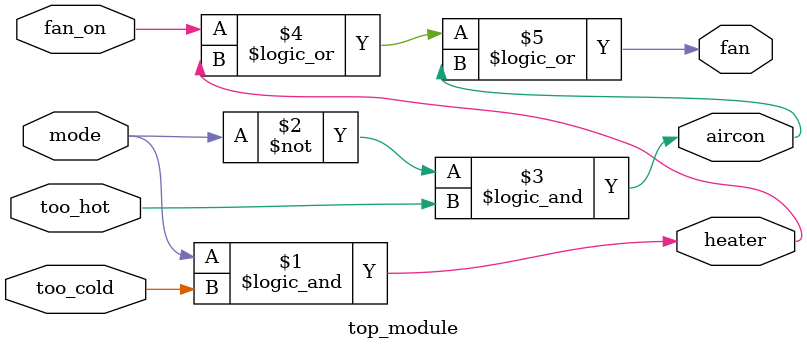
<source format=v>
module top_module (
    input too_cold,
    input too_hot,
    input mode,
    input fan_on,
    output heater,
    output aircon,
    output fan
); 
	assign heater = mode && too_cold;
    assign aircon = ~mode && too_hot;

    assign fan = fan_on || heater || aircon;
    
endmodule

</source>
